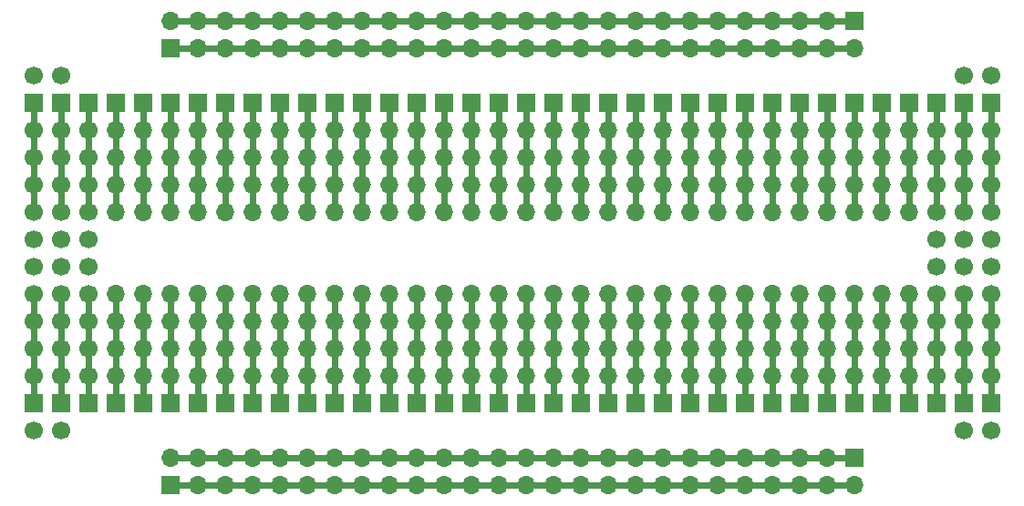
<source format=gbr>
G04 #@! TF.GenerationSoftware,KiCad,Pcbnew,5.0.2+dfsg1-1~bpo9+1*
G04 #@! TF.CreationDate,2022-11-14T20:46:36+01:00*
G04 #@! TF.ProjectId,breadpcb1,62726561-6470-4636-9231-2e6b69636164,rev?*
G04 #@! TF.SameCoordinates,Original*
G04 #@! TF.FileFunction,Copper,L2,Bot*
G04 #@! TF.FilePolarity,Positive*
%FSLAX46Y46*%
G04 Gerber Fmt 4.6, Leading zero omitted, Abs format (unit mm)*
G04 Created by KiCad (PCBNEW 5.0.2+dfsg1-1~bpo9+1) date Mo 14 Nov 2022 20:46:36 CET*
%MOMM*%
%LPD*%
G01*
G04 APERTURE LIST*
G04 #@! TA.AperFunction,ComponentPad*
%ADD10R,1.700000X1.700000*%
G04 #@! TD*
G04 #@! TA.AperFunction,ComponentPad*
%ADD11O,1.700000X1.700000*%
G04 #@! TD*
G04 #@! TA.AperFunction,ComponentPad*
%ADD12C,1.700000*%
G04 #@! TD*
G04 #@! TA.AperFunction,Conductor*
%ADD13C,0.600000*%
G04 #@! TD*
G04 APERTURE END LIST*
D10*
G04 #@! TO.P,J2,1*
G04 #@! TO.N,Net-(J2-Pad1)*
X106680000Y-105410000D03*
D11*
G04 #@! TO.P,J2,2*
X109220000Y-105410000D03*
G04 #@! TO.P,J2,3*
X111760000Y-105410000D03*
G04 #@! TO.P,J2,4*
X114300000Y-105410000D03*
G04 #@! TO.P,J2,5*
X116840000Y-105410000D03*
G04 #@! TO.P,J2,6*
X119380000Y-105410000D03*
G04 #@! TO.P,J2,7*
X121920000Y-105410000D03*
G04 #@! TO.P,J2,8*
X124460000Y-105410000D03*
G04 #@! TO.P,J2,9*
X127000000Y-105410000D03*
G04 #@! TO.P,J2,10*
X129540000Y-105410000D03*
G04 #@! TO.P,J2,11*
X132080000Y-105410000D03*
G04 #@! TO.P,J2,12*
X134620000Y-105410000D03*
G04 #@! TO.P,J2,13*
X137160000Y-105410000D03*
G04 #@! TO.P,J2,14*
X139700000Y-105410000D03*
G04 #@! TO.P,J2,15*
X142240000Y-105410000D03*
G04 #@! TO.P,J2,16*
X144780000Y-105410000D03*
G04 #@! TO.P,J2,17*
X147320000Y-105410000D03*
G04 #@! TO.P,J2,18*
X149860000Y-105410000D03*
G04 #@! TO.P,J2,19*
X152400000Y-105410000D03*
G04 #@! TO.P,J2,20*
X154940000Y-105410000D03*
G04 #@! TO.P,J2,21*
X157480000Y-105410000D03*
G04 #@! TO.P,J2,22*
X160020000Y-105410000D03*
G04 #@! TO.P,J2,23*
X162560000Y-105410000D03*
G04 #@! TO.P,J2,24*
X165100000Y-105410000D03*
G04 #@! TO.P,J2,25*
X167640000Y-105410000D03*
G04 #@! TO.P,J2,26*
X170180000Y-105410000D03*
G04 #@! TD*
D10*
G04 #@! TO.P,J2,1*
G04 #@! TO.N,Net-(J2-Pad1)*
X170180000Y-102870000D03*
D11*
G04 #@! TO.P,J2,2*
X167640000Y-102870000D03*
G04 #@! TO.P,J2,3*
X165100000Y-102870000D03*
G04 #@! TO.P,J2,4*
X162560000Y-102870000D03*
G04 #@! TO.P,J2,5*
X160020000Y-102870000D03*
G04 #@! TO.P,J2,6*
X157480000Y-102870000D03*
G04 #@! TO.P,J2,7*
X154940000Y-102870000D03*
G04 #@! TO.P,J2,8*
X152400000Y-102870000D03*
G04 #@! TO.P,J2,9*
X149860000Y-102870000D03*
G04 #@! TO.P,J2,10*
X147320000Y-102870000D03*
G04 #@! TO.P,J2,11*
X144780000Y-102870000D03*
G04 #@! TO.P,J2,12*
X142240000Y-102870000D03*
G04 #@! TO.P,J2,13*
X139700000Y-102870000D03*
G04 #@! TO.P,J2,14*
X137160000Y-102870000D03*
G04 #@! TO.P,J2,15*
X134620000Y-102870000D03*
G04 #@! TO.P,J2,16*
X132080000Y-102870000D03*
G04 #@! TO.P,J2,17*
X129540000Y-102870000D03*
G04 #@! TO.P,J2,18*
X127000000Y-102870000D03*
G04 #@! TO.P,J2,19*
X124460000Y-102870000D03*
G04 #@! TO.P,J2,20*
X121920000Y-102870000D03*
G04 #@! TO.P,J2,21*
X119380000Y-102870000D03*
G04 #@! TO.P,J2,22*
X116840000Y-102870000D03*
G04 #@! TO.P,J2,23*
X114300000Y-102870000D03*
G04 #@! TO.P,J2,24*
X111760000Y-102870000D03*
G04 #@! TO.P,J2,25*
X109220000Y-102870000D03*
G04 #@! TO.P,J2,26*
X106680000Y-102870000D03*
G04 #@! TD*
D10*
G04 #@! TO.P,J2,1*
G04 #@! TO.N,Net-(J2-Pad1)*
X170180000Y-62230000D03*
D11*
G04 #@! TO.P,J2,2*
X167640000Y-62230000D03*
G04 #@! TO.P,J2,3*
X165100000Y-62230000D03*
G04 #@! TO.P,J2,4*
X162560000Y-62230000D03*
G04 #@! TO.P,J2,5*
X160020000Y-62230000D03*
G04 #@! TO.P,J2,6*
X157480000Y-62230000D03*
G04 #@! TO.P,J2,7*
X154940000Y-62230000D03*
G04 #@! TO.P,J2,8*
X152400000Y-62230000D03*
G04 #@! TO.P,J2,9*
X149860000Y-62230000D03*
G04 #@! TO.P,J2,10*
X147320000Y-62230000D03*
G04 #@! TO.P,J2,11*
X144780000Y-62230000D03*
G04 #@! TO.P,J2,12*
X142240000Y-62230000D03*
G04 #@! TO.P,J2,13*
X139700000Y-62230000D03*
G04 #@! TO.P,J2,14*
X137160000Y-62230000D03*
G04 #@! TO.P,J2,15*
X134620000Y-62230000D03*
G04 #@! TO.P,J2,16*
X132080000Y-62230000D03*
G04 #@! TO.P,J2,17*
X129540000Y-62230000D03*
G04 #@! TO.P,J2,18*
X127000000Y-62230000D03*
G04 #@! TO.P,J2,19*
X124460000Y-62230000D03*
G04 #@! TO.P,J2,20*
X121920000Y-62230000D03*
G04 #@! TO.P,J2,21*
X119380000Y-62230000D03*
G04 #@! TO.P,J2,22*
X116840000Y-62230000D03*
G04 #@! TO.P,J2,23*
X114300000Y-62230000D03*
G04 #@! TO.P,J2,24*
X111760000Y-62230000D03*
G04 #@! TO.P,J2,25*
X109220000Y-62230000D03*
G04 #@! TO.P,J2,26*
X106680000Y-62230000D03*
G04 #@! TD*
D10*
G04 #@! TO.P,J2,1*
G04 #@! TO.N,Net-(J2-Pad1)*
X106680000Y-64770000D03*
D11*
G04 #@! TO.P,J2,2*
X109220000Y-64770000D03*
G04 #@! TO.P,J2,3*
X111760000Y-64770000D03*
G04 #@! TO.P,J2,4*
X114300000Y-64770000D03*
G04 #@! TO.P,J2,5*
X116840000Y-64770000D03*
G04 #@! TO.P,J2,6*
X119380000Y-64770000D03*
G04 #@! TO.P,J2,7*
X121920000Y-64770000D03*
G04 #@! TO.P,J2,8*
X124460000Y-64770000D03*
G04 #@! TO.P,J2,9*
X127000000Y-64770000D03*
G04 #@! TO.P,J2,10*
X129540000Y-64770000D03*
G04 #@! TO.P,J2,11*
X132080000Y-64770000D03*
G04 #@! TO.P,J2,12*
X134620000Y-64770000D03*
G04 #@! TO.P,J2,13*
X137160000Y-64770000D03*
G04 #@! TO.P,J2,14*
X139700000Y-64770000D03*
G04 #@! TO.P,J2,15*
X142240000Y-64770000D03*
G04 #@! TO.P,J2,16*
X144780000Y-64770000D03*
G04 #@! TO.P,J2,17*
X147320000Y-64770000D03*
G04 #@! TO.P,J2,18*
X149860000Y-64770000D03*
G04 #@! TO.P,J2,19*
X152400000Y-64770000D03*
G04 #@! TO.P,J2,20*
X154940000Y-64770000D03*
G04 #@! TO.P,J2,21*
X157480000Y-64770000D03*
G04 #@! TO.P,J2,22*
X160020000Y-64770000D03*
G04 #@! TO.P,J2,23*
X162560000Y-64770000D03*
G04 #@! TO.P,J2,24*
X165100000Y-64770000D03*
G04 #@! TO.P,J2,25*
X167640000Y-64770000D03*
G04 #@! TO.P,J2,26*
X170180000Y-64770000D03*
G04 #@! TD*
D10*
G04 #@! TO.P,J1,1*
G04 #@! TO.N,Net-(J1-Pad1)*
X114300000Y-97790000D03*
D11*
G04 #@! TO.P,J1,2*
X114300000Y-95250000D03*
G04 #@! TO.P,J1,3*
X114300000Y-92710000D03*
G04 #@! TO.P,J1,4*
X114300000Y-90170000D03*
G04 #@! TO.P,J1,5*
X114300000Y-87630000D03*
G04 #@! TD*
D10*
G04 #@! TO.P,J1,1*
G04 #@! TO.N,Net-(J1-Pad1)*
X104140000Y-97790000D03*
D11*
G04 #@! TO.P,J1,2*
X104140000Y-95250000D03*
G04 #@! TO.P,J1,3*
X104140000Y-92710000D03*
G04 #@! TO.P,J1,4*
X104140000Y-90170000D03*
G04 #@! TO.P,J1,5*
X104140000Y-87630000D03*
G04 #@! TD*
D10*
G04 #@! TO.P,J1,1*
G04 #@! TO.N,Net-(J1-Pad1)*
X119380000Y-97790000D03*
D11*
G04 #@! TO.P,J1,2*
X119380000Y-95250000D03*
G04 #@! TO.P,J1,3*
X119380000Y-92710000D03*
G04 #@! TO.P,J1,4*
X119380000Y-90170000D03*
G04 #@! TO.P,J1,5*
X119380000Y-87630000D03*
G04 #@! TD*
D10*
G04 #@! TO.P,J1,1*
G04 #@! TO.N,Net-(J1-Pad1)*
X116840000Y-97790000D03*
D11*
G04 #@! TO.P,J1,2*
X116840000Y-95250000D03*
G04 #@! TO.P,J1,3*
X116840000Y-92710000D03*
G04 #@! TO.P,J1,4*
X116840000Y-90170000D03*
G04 #@! TO.P,J1,5*
X116840000Y-87630000D03*
G04 #@! TD*
D10*
G04 #@! TO.P,J1,1*
G04 #@! TO.N,Net-(J1-Pad1)*
X111760000Y-97790000D03*
D11*
G04 #@! TO.P,J1,2*
X111760000Y-95250000D03*
G04 #@! TO.P,J1,3*
X111760000Y-92710000D03*
G04 #@! TO.P,J1,4*
X111760000Y-90170000D03*
G04 #@! TO.P,J1,5*
X111760000Y-87630000D03*
G04 #@! TD*
D10*
G04 #@! TO.P,J1,1*
G04 #@! TO.N,Net-(J1-Pad1)*
X106680000Y-97790000D03*
D11*
G04 #@! TO.P,J1,2*
X106680000Y-95250000D03*
G04 #@! TO.P,J1,3*
X106680000Y-92710000D03*
G04 #@! TO.P,J1,4*
X106680000Y-90170000D03*
G04 #@! TO.P,J1,5*
X106680000Y-87630000D03*
G04 #@! TD*
D10*
G04 #@! TO.P,J1,1*
G04 #@! TO.N,Net-(J1-Pad1)*
X121920000Y-97790000D03*
D11*
G04 #@! TO.P,J1,2*
X121920000Y-95250000D03*
G04 #@! TO.P,J1,3*
X121920000Y-92710000D03*
G04 #@! TO.P,J1,4*
X121920000Y-90170000D03*
G04 #@! TO.P,J1,5*
X121920000Y-87630000D03*
G04 #@! TD*
D10*
G04 #@! TO.P,J1,1*
G04 #@! TO.N,Net-(J1-Pad1)*
X109220000Y-97790000D03*
D11*
G04 #@! TO.P,J1,2*
X109220000Y-95250000D03*
G04 #@! TO.P,J1,3*
X109220000Y-92710000D03*
G04 #@! TO.P,J1,4*
X109220000Y-90170000D03*
G04 #@! TO.P,J1,5*
X109220000Y-87630000D03*
G04 #@! TD*
D10*
G04 #@! TO.P,J1,1*
G04 #@! TO.N,Net-(J1-Pad1)*
X101600000Y-97790000D03*
D11*
G04 #@! TO.P,J1,2*
X101600000Y-95250000D03*
G04 #@! TO.P,J1,3*
X101600000Y-92710000D03*
G04 #@! TO.P,J1,4*
X101600000Y-90170000D03*
G04 #@! TO.P,J1,5*
X101600000Y-87630000D03*
G04 #@! TD*
D10*
G04 #@! TO.P,J1,1*
G04 #@! TO.N,Net-(J1-Pad1)*
X172720000Y-97790000D03*
D11*
G04 #@! TO.P,J1,2*
X172720000Y-95250000D03*
G04 #@! TO.P,J1,3*
X172720000Y-92710000D03*
G04 #@! TO.P,J1,4*
X172720000Y-90170000D03*
G04 #@! TO.P,J1,5*
X172720000Y-87630000D03*
G04 #@! TD*
D10*
G04 #@! TO.P,J1,1*
G04 #@! TO.N,Net-(J1-Pad1)*
X154940000Y-97790000D03*
D11*
G04 #@! TO.P,J1,2*
X154940000Y-95250000D03*
G04 #@! TO.P,J1,3*
X154940000Y-92710000D03*
G04 #@! TO.P,J1,4*
X154940000Y-90170000D03*
G04 #@! TO.P,J1,5*
X154940000Y-87630000D03*
G04 #@! TD*
D10*
G04 #@! TO.P,J1,1*
G04 #@! TO.N,Net-(J1-Pad1)*
X149860000Y-97790000D03*
D11*
G04 #@! TO.P,J1,2*
X149860000Y-95250000D03*
G04 #@! TO.P,J1,3*
X149860000Y-92710000D03*
G04 #@! TO.P,J1,4*
X149860000Y-90170000D03*
G04 #@! TO.P,J1,5*
X149860000Y-87630000D03*
G04 #@! TD*
D10*
G04 #@! TO.P,J1,1*
G04 #@! TO.N,Net-(J1-Pad1)*
X170180000Y-97790000D03*
D11*
G04 #@! TO.P,J1,2*
X170180000Y-95250000D03*
G04 #@! TO.P,J1,3*
X170180000Y-92710000D03*
G04 #@! TO.P,J1,4*
X170180000Y-90170000D03*
G04 #@! TO.P,J1,5*
X170180000Y-87630000D03*
G04 #@! TD*
D10*
G04 #@! TO.P,J1,1*
G04 #@! TO.N,Net-(J1-Pad1)*
X152400000Y-97790000D03*
D11*
G04 #@! TO.P,J1,2*
X152400000Y-95250000D03*
G04 #@! TO.P,J1,3*
X152400000Y-92710000D03*
G04 #@! TO.P,J1,4*
X152400000Y-90170000D03*
G04 #@! TO.P,J1,5*
X152400000Y-87630000D03*
G04 #@! TD*
D10*
G04 #@! TO.P,J1,1*
G04 #@! TO.N,Net-(J1-Pad1)*
X157480000Y-97790000D03*
D11*
G04 #@! TO.P,J1,2*
X157480000Y-95250000D03*
G04 #@! TO.P,J1,3*
X157480000Y-92710000D03*
G04 #@! TO.P,J1,4*
X157480000Y-90170000D03*
G04 #@! TO.P,J1,5*
X157480000Y-87630000D03*
G04 #@! TD*
D10*
G04 #@! TO.P,J1,1*
G04 #@! TO.N,Net-(J1-Pad1)*
X160020000Y-97790000D03*
D11*
G04 #@! TO.P,J1,2*
X160020000Y-95250000D03*
G04 #@! TO.P,J1,3*
X160020000Y-92710000D03*
G04 #@! TO.P,J1,4*
X160020000Y-90170000D03*
G04 #@! TO.P,J1,5*
X160020000Y-87630000D03*
G04 #@! TD*
D10*
G04 #@! TO.P,J1,1*
G04 #@! TO.N,Net-(J1-Pad1)*
X162560000Y-97790000D03*
D11*
G04 #@! TO.P,J1,2*
X162560000Y-95250000D03*
G04 #@! TO.P,J1,3*
X162560000Y-92710000D03*
G04 #@! TO.P,J1,4*
X162560000Y-90170000D03*
G04 #@! TO.P,J1,5*
X162560000Y-87630000D03*
G04 #@! TD*
D10*
G04 #@! TO.P,J1,1*
G04 #@! TO.N,Net-(J1-Pad1)*
X147320000Y-97790000D03*
D11*
G04 #@! TO.P,J1,2*
X147320000Y-95250000D03*
G04 #@! TO.P,J1,3*
X147320000Y-92710000D03*
G04 #@! TO.P,J1,4*
X147320000Y-90170000D03*
G04 #@! TO.P,J1,5*
X147320000Y-87630000D03*
G04 #@! TD*
D10*
G04 #@! TO.P,J1,1*
G04 #@! TO.N,Net-(J1-Pad1)*
X142240000Y-97790000D03*
D11*
G04 #@! TO.P,J1,2*
X142240000Y-95250000D03*
G04 #@! TO.P,J1,3*
X142240000Y-92710000D03*
G04 #@! TO.P,J1,4*
X142240000Y-90170000D03*
G04 #@! TO.P,J1,5*
X142240000Y-87630000D03*
G04 #@! TD*
D10*
G04 #@! TO.P,J1,1*
G04 #@! TO.N,Net-(J1-Pad1)*
X165100000Y-97790000D03*
D11*
G04 #@! TO.P,J1,2*
X165100000Y-95250000D03*
G04 #@! TO.P,J1,3*
X165100000Y-92710000D03*
G04 #@! TO.P,J1,4*
X165100000Y-90170000D03*
G04 #@! TO.P,J1,5*
X165100000Y-87630000D03*
G04 #@! TD*
D10*
G04 #@! TO.P,J1,1*
G04 #@! TO.N,Net-(J1-Pad1)*
X167640000Y-97790000D03*
D11*
G04 #@! TO.P,J1,2*
X167640000Y-95250000D03*
G04 #@! TO.P,J1,3*
X167640000Y-92710000D03*
G04 #@! TO.P,J1,4*
X167640000Y-90170000D03*
G04 #@! TO.P,J1,5*
X167640000Y-87630000D03*
G04 #@! TD*
D10*
G04 #@! TO.P,J1,1*
G04 #@! TO.N,Net-(J1-Pad1)*
X144780000Y-97790000D03*
D11*
G04 #@! TO.P,J1,2*
X144780000Y-95250000D03*
G04 #@! TO.P,J1,3*
X144780000Y-92710000D03*
G04 #@! TO.P,J1,4*
X144780000Y-90170000D03*
G04 #@! TO.P,J1,5*
X144780000Y-87630000D03*
G04 #@! TD*
D10*
G04 #@! TO.P,J1,1*
G04 #@! TO.N,Net-(J1-Pad1)*
X139700000Y-97790000D03*
D11*
G04 #@! TO.P,J1,2*
X139700000Y-95250000D03*
G04 #@! TO.P,J1,3*
X139700000Y-92710000D03*
G04 #@! TO.P,J1,4*
X139700000Y-90170000D03*
G04 #@! TO.P,J1,5*
X139700000Y-87630000D03*
G04 #@! TD*
D10*
G04 #@! TO.P,J1,1*
G04 #@! TO.N,Net-(J1-Pad1)*
X132080000Y-97790000D03*
D11*
G04 #@! TO.P,J1,2*
X132080000Y-95250000D03*
G04 #@! TO.P,J1,3*
X132080000Y-92710000D03*
G04 #@! TO.P,J1,4*
X132080000Y-90170000D03*
G04 #@! TO.P,J1,5*
X132080000Y-87630000D03*
G04 #@! TD*
D10*
G04 #@! TO.P,J1,1*
G04 #@! TO.N,Net-(J1-Pad1)*
X134620000Y-97790000D03*
D11*
G04 #@! TO.P,J1,2*
X134620000Y-95250000D03*
G04 #@! TO.P,J1,3*
X134620000Y-92710000D03*
G04 #@! TO.P,J1,4*
X134620000Y-90170000D03*
G04 #@! TO.P,J1,5*
X134620000Y-87630000D03*
G04 #@! TD*
D10*
G04 #@! TO.P,J1,1*
G04 #@! TO.N,Net-(J1-Pad1)*
X175260000Y-97790000D03*
D11*
G04 #@! TO.P,J1,2*
X175260000Y-95250000D03*
G04 #@! TO.P,J1,3*
X175260000Y-92710000D03*
G04 #@! TO.P,J1,4*
X175260000Y-90170000D03*
G04 #@! TO.P,J1,5*
X175260000Y-87630000D03*
G04 #@! TD*
D10*
G04 #@! TO.P,J1,1*
G04 #@! TO.N,Net-(J1-Pad1)*
X137160000Y-97790000D03*
D11*
G04 #@! TO.P,J1,2*
X137160000Y-95250000D03*
G04 #@! TO.P,J1,3*
X137160000Y-92710000D03*
G04 #@! TO.P,J1,4*
X137160000Y-90170000D03*
G04 #@! TO.P,J1,5*
X137160000Y-87630000D03*
G04 #@! TD*
D10*
G04 #@! TO.P,J1,1*
G04 #@! TO.N,Net-(J1-Pad1)*
X129540000Y-97790000D03*
D11*
G04 #@! TO.P,J1,2*
X129540000Y-95250000D03*
G04 #@! TO.P,J1,3*
X129540000Y-92710000D03*
G04 #@! TO.P,J1,4*
X129540000Y-90170000D03*
G04 #@! TO.P,J1,5*
X129540000Y-87630000D03*
G04 #@! TD*
D10*
G04 #@! TO.P,J1,1*
G04 #@! TO.N,Net-(J1-Pad1)*
X124460000Y-97790000D03*
D11*
G04 #@! TO.P,J1,2*
X124460000Y-95250000D03*
G04 #@! TO.P,J1,3*
X124460000Y-92710000D03*
G04 #@! TO.P,J1,4*
X124460000Y-90170000D03*
G04 #@! TO.P,J1,5*
X124460000Y-87630000D03*
G04 #@! TD*
D10*
G04 #@! TO.P,J1,1*
G04 #@! TO.N,Net-(J1-Pad1)*
X127000000Y-97790000D03*
D11*
G04 #@! TO.P,J1,2*
X127000000Y-95250000D03*
G04 #@! TO.P,J1,3*
X127000000Y-92710000D03*
G04 #@! TO.P,J1,4*
X127000000Y-90170000D03*
G04 #@! TO.P,J1,5*
X127000000Y-87630000D03*
G04 #@! TD*
D10*
G04 #@! TO.P,J1,1*
G04 #@! TO.N,Net-(J1-Pad1)*
X175260000Y-69850000D03*
D11*
G04 #@! TO.P,J1,2*
X175260000Y-72390000D03*
G04 #@! TO.P,J1,3*
X175260000Y-74930000D03*
G04 #@! TO.P,J1,4*
X175260000Y-77470000D03*
G04 #@! TO.P,J1,5*
X175260000Y-80010000D03*
G04 #@! TD*
D10*
G04 #@! TO.P,J1,1*
G04 #@! TO.N,Net-(J1-Pad1)*
X172720000Y-69850000D03*
D11*
G04 #@! TO.P,J1,2*
X172720000Y-72390000D03*
G04 #@! TO.P,J1,3*
X172720000Y-74930000D03*
G04 #@! TO.P,J1,4*
X172720000Y-77470000D03*
G04 #@! TO.P,J1,5*
X172720000Y-80010000D03*
G04 #@! TD*
D10*
G04 #@! TO.P,J1,1*
G04 #@! TO.N,Net-(J1-Pad1)*
X170180000Y-69850000D03*
D11*
G04 #@! TO.P,J1,2*
X170180000Y-72390000D03*
G04 #@! TO.P,J1,3*
X170180000Y-74930000D03*
G04 #@! TO.P,J1,4*
X170180000Y-77470000D03*
G04 #@! TO.P,J1,5*
X170180000Y-80010000D03*
G04 #@! TD*
D10*
G04 #@! TO.P,J1,1*
G04 #@! TO.N,Net-(J1-Pad1)*
X167640000Y-69850000D03*
D11*
G04 #@! TO.P,J1,2*
X167640000Y-72390000D03*
G04 #@! TO.P,J1,3*
X167640000Y-74930000D03*
G04 #@! TO.P,J1,4*
X167640000Y-77470000D03*
G04 #@! TO.P,J1,5*
X167640000Y-80010000D03*
G04 #@! TD*
D10*
G04 #@! TO.P,J1,1*
G04 #@! TO.N,Net-(J1-Pad1)*
X165100000Y-69850000D03*
D11*
G04 #@! TO.P,J1,2*
X165100000Y-72390000D03*
G04 #@! TO.P,J1,3*
X165100000Y-74930000D03*
G04 #@! TO.P,J1,4*
X165100000Y-77470000D03*
G04 #@! TO.P,J1,5*
X165100000Y-80010000D03*
G04 #@! TD*
D10*
G04 #@! TO.P,J1,1*
G04 #@! TO.N,Net-(J1-Pad1)*
X162560000Y-69850000D03*
D11*
G04 #@! TO.P,J1,2*
X162560000Y-72390000D03*
G04 #@! TO.P,J1,3*
X162560000Y-74930000D03*
G04 #@! TO.P,J1,4*
X162560000Y-77470000D03*
G04 #@! TO.P,J1,5*
X162560000Y-80010000D03*
G04 #@! TD*
D10*
G04 #@! TO.P,J1,1*
G04 #@! TO.N,Net-(J1-Pad1)*
X160020000Y-69850000D03*
D11*
G04 #@! TO.P,J1,2*
X160020000Y-72390000D03*
G04 #@! TO.P,J1,3*
X160020000Y-74930000D03*
G04 #@! TO.P,J1,4*
X160020000Y-77470000D03*
G04 #@! TO.P,J1,5*
X160020000Y-80010000D03*
G04 #@! TD*
D10*
G04 #@! TO.P,J1,1*
G04 #@! TO.N,Net-(J1-Pad1)*
X157480000Y-69850000D03*
D11*
G04 #@! TO.P,J1,2*
X157480000Y-72390000D03*
G04 #@! TO.P,J1,3*
X157480000Y-74930000D03*
G04 #@! TO.P,J1,4*
X157480000Y-77470000D03*
G04 #@! TO.P,J1,5*
X157480000Y-80010000D03*
G04 #@! TD*
D10*
G04 #@! TO.P,J1,1*
G04 #@! TO.N,Net-(J1-Pad1)*
X154940000Y-69850000D03*
D11*
G04 #@! TO.P,J1,2*
X154940000Y-72390000D03*
G04 #@! TO.P,J1,3*
X154940000Y-74930000D03*
G04 #@! TO.P,J1,4*
X154940000Y-77470000D03*
G04 #@! TO.P,J1,5*
X154940000Y-80010000D03*
G04 #@! TD*
D10*
G04 #@! TO.P,J1,1*
G04 #@! TO.N,Net-(J1-Pad1)*
X152400000Y-69850000D03*
D11*
G04 #@! TO.P,J1,2*
X152400000Y-72390000D03*
G04 #@! TO.P,J1,3*
X152400000Y-74930000D03*
G04 #@! TO.P,J1,4*
X152400000Y-77470000D03*
G04 #@! TO.P,J1,5*
X152400000Y-80010000D03*
G04 #@! TD*
D10*
G04 #@! TO.P,J1,1*
G04 #@! TO.N,Net-(J1-Pad1)*
X149860000Y-69850000D03*
D11*
G04 #@! TO.P,J1,2*
X149860000Y-72390000D03*
G04 #@! TO.P,J1,3*
X149860000Y-74930000D03*
G04 #@! TO.P,J1,4*
X149860000Y-77470000D03*
G04 #@! TO.P,J1,5*
X149860000Y-80010000D03*
G04 #@! TD*
D10*
G04 #@! TO.P,J1,1*
G04 #@! TO.N,Net-(J1-Pad1)*
X147320000Y-69850000D03*
D11*
G04 #@! TO.P,J1,2*
X147320000Y-72390000D03*
G04 #@! TO.P,J1,3*
X147320000Y-74930000D03*
G04 #@! TO.P,J1,4*
X147320000Y-77470000D03*
G04 #@! TO.P,J1,5*
X147320000Y-80010000D03*
G04 #@! TD*
D10*
G04 #@! TO.P,J1,1*
G04 #@! TO.N,Net-(J1-Pad1)*
X144780000Y-69850000D03*
D11*
G04 #@! TO.P,J1,2*
X144780000Y-72390000D03*
G04 #@! TO.P,J1,3*
X144780000Y-74930000D03*
G04 #@! TO.P,J1,4*
X144780000Y-77470000D03*
G04 #@! TO.P,J1,5*
X144780000Y-80010000D03*
G04 #@! TD*
D10*
G04 #@! TO.P,J1,1*
G04 #@! TO.N,Net-(J1-Pad1)*
X142240000Y-69850000D03*
D11*
G04 #@! TO.P,J1,2*
X142240000Y-72390000D03*
G04 #@! TO.P,J1,3*
X142240000Y-74930000D03*
G04 #@! TO.P,J1,4*
X142240000Y-77470000D03*
G04 #@! TO.P,J1,5*
X142240000Y-80010000D03*
G04 #@! TD*
D10*
G04 #@! TO.P,J1,1*
G04 #@! TO.N,Net-(J1-Pad1)*
X139700000Y-69850000D03*
D11*
G04 #@! TO.P,J1,2*
X139700000Y-72390000D03*
G04 #@! TO.P,J1,3*
X139700000Y-74930000D03*
G04 #@! TO.P,J1,4*
X139700000Y-77470000D03*
G04 #@! TO.P,J1,5*
X139700000Y-80010000D03*
G04 #@! TD*
D10*
G04 #@! TO.P,J1,1*
G04 #@! TO.N,Net-(J1-Pad1)*
X137160000Y-69850000D03*
D11*
G04 #@! TO.P,J1,2*
X137160000Y-72390000D03*
G04 #@! TO.P,J1,3*
X137160000Y-74930000D03*
G04 #@! TO.P,J1,4*
X137160000Y-77470000D03*
G04 #@! TO.P,J1,5*
X137160000Y-80010000D03*
G04 #@! TD*
D10*
G04 #@! TO.P,J1,1*
G04 #@! TO.N,Net-(J1-Pad1)*
X134620000Y-69850000D03*
D11*
G04 #@! TO.P,J1,2*
X134620000Y-72390000D03*
G04 #@! TO.P,J1,3*
X134620000Y-74930000D03*
G04 #@! TO.P,J1,4*
X134620000Y-77470000D03*
G04 #@! TO.P,J1,5*
X134620000Y-80010000D03*
G04 #@! TD*
D10*
G04 #@! TO.P,J1,1*
G04 #@! TO.N,Net-(J1-Pad1)*
X132080000Y-69850000D03*
D11*
G04 #@! TO.P,J1,2*
X132080000Y-72390000D03*
G04 #@! TO.P,J1,3*
X132080000Y-74930000D03*
G04 #@! TO.P,J1,4*
X132080000Y-77470000D03*
G04 #@! TO.P,J1,5*
X132080000Y-80010000D03*
G04 #@! TD*
D10*
G04 #@! TO.P,J1,1*
G04 #@! TO.N,Net-(J1-Pad1)*
X129540000Y-69850000D03*
D11*
G04 #@! TO.P,J1,2*
X129540000Y-72390000D03*
G04 #@! TO.P,J1,3*
X129540000Y-74930000D03*
G04 #@! TO.P,J1,4*
X129540000Y-77470000D03*
G04 #@! TO.P,J1,5*
X129540000Y-80010000D03*
G04 #@! TD*
D10*
G04 #@! TO.P,J1,1*
G04 #@! TO.N,Net-(J1-Pad1)*
X127000000Y-69850000D03*
D11*
G04 #@! TO.P,J1,2*
X127000000Y-72390000D03*
G04 #@! TO.P,J1,3*
X127000000Y-74930000D03*
G04 #@! TO.P,J1,4*
X127000000Y-77470000D03*
G04 #@! TO.P,J1,5*
X127000000Y-80010000D03*
G04 #@! TD*
D10*
G04 #@! TO.P,J1,1*
G04 #@! TO.N,Net-(J1-Pad1)*
X124460000Y-69850000D03*
D11*
G04 #@! TO.P,J1,2*
X124460000Y-72390000D03*
G04 #@! TO.P,J1,3*
X124460000Y-74930000D03*
G04 #@! TO.P,J1,4*
X124460000Y-77470000D03*
G04 #@! TO.P,J1,5*
X124460000Y-80010000D03*
G04 #@! TD*
D10*
G04 #@! TO.P,J1,1*
G04 #@! TO.N,Net-(J1-Pad1)*
X121920000Y-69850000D03*
D11*
G04 #@! TO.P,J1,2*
X121920000Y-72390000D03*
G04 #@! TO.P,J1,3*
X121920000Y-74930000D03*
G04 #@! TO.P,J1,4*
X121920000Y-77470000D03*
G04 #@! TO.P,J1,5*
X121920000Y-80010000D03*
G04 #@! TD*
D10*
G04 #@! TO.P,J1,1*
G04 #@! TO.N,Net-(J1-Pad1)*
X119380000Y-69850000D03*
D11*
G04 #@! TO.P,J1,2*
X119380000Y-72390000D03*
G04 #@! TO.P,J1,3*
X119380000Y-74930000D03*
G04 #@! TO.P,J1,4*
X119380000Y-77470000D03*
G04 #@! TO.P,J1,5*
X119380000Y-80010000D03*
G04 #@! TD*
D10*
G04 #@! TO.P,J1,1*
G04 #@! TO.N,Net-(J1-Pad1)*
X116840000Y-69850000D03*
D11*
G04 #@! TO.P,J1,2*
X116840000Y-72390000D03*
G04 #@! TO.P,J1,3*
X116840000Y-74930000D03*
G04 #@! TO.P,J1,4*
X116840000Y-77470000D03*
G04 #@! TO.P,J1,5*
X116840000Y-80010000D03*
G04 #@! TD*
D10*
G04 #@! TO.P,J1,1*
G04 #@! TO.N,Net-(J1-Pad1)*
X114300000Y-69850000D03*
D11*
G04 #@! TO.P,J1,2*
X114300000Y-72390000D03*
G04 #@! TO.P,J1,3*
X114300000Y-74930000D03*
G04 #@! TO.P,J1,4*
X114300000Y-77470000D03*
G04 #@! TO.P,J1,5*
X114300000Y-80010000D03*
G04 #@! TD*
D10*
G04 #@! TO.P,J1,1*
G04 #@! TO.N,Net-(J1-Pad1)*
X111760000Y-69850000D03*
D11*
G04 #@! TO.P,J1,2*
X111760000Y-72390000D03*
G04 #@! TO.P,J1,3*
X111760000Y-74930000D03*
G04 #@! TO.P,J1,4*
X111760000Y-77470000D03*
G04 #@! TO.P,J1,5*
X111760000Y-80010000D03*
G04 #@! TD*
D10*
G04 #@! TO.P,J1,1*
G04 #@! TO.N,Net-(J1-Pad1)*
X109220000Y-69850000D03*
D11*
G04 #@! TO.P,J1,2*
X109220000Y-72390000D03*
G04 #@! TO.P,J1,3*
X109220000Y-74930000D03*
G04 #@! TO.P,J1,4*
X109220000Y-77470000D03*
G04 #@! TO.P,J1,5*
X109220000Y-80010000D03*
G04 #@! TD*
D10*
G04 #@! TO.P,J1,1*
G04 #@! TO.N,Net-(J1-Pad1)*
X106680000Y-69850000D03*
D11*
G04 #@! TO.P,J1,2*
X106680000Y-72390000D03*
G04 #@! TO.P,J1,3*
X106680000Y-74930000D03*
G04 #@! TO.P,J1,4*
X106680000Y-77470000D03*
G04 #@! TO.P,J1,5*
X106680000Y-80010000D03*
G04 #@! TD*
D10*
G04 #@! TO.P,J1,1*
G04 #@! TO.N,Net-(J1-Pad1)*
X104140000Y-69850000D03*
D11*
G04 #@! TO.P,J1,2*
X104140000Y-72390000D03*
G04 #@! TO.P,J1,3*
X104140000Y-74930000D03*
G04 #@! TO.P,J1,4*
X104140000Y-77470000D03*
G04 #@! TO.P,J1,5*
X104140000Y-80010000D03*
G04 #@! TD*
D10*
G04 #@! TO.P,J1,1*
G04 #@! TO.N,Net-(J1-Pad1)*
X101600000Y-69850000D03*
D11*
G04 #@! TO.P,J1,2*
X101600000Y-72390000D03*
G04 #@! TO.P,J1,3*
X101600000Y-74930000D03*
G04 #@! TO.P,J1,4*
X101600000Y-77470000D03*
G04 #@! TO.P,J1,5*
X101600000Y-80010000D03*
G04 #@! TD*
D12*
G04 #@! TO.P,J3,1*
G04 #@! TO.N,Net-(J3-Pad1)*
X93980000Y-67310000D03*
G04 #@! TD*
G04 #@! TO.P,J3,1*
G04 #@! TO.N,Net-(J3-Pad1)*
X182880000Y-67310000D03*
G04 #@! TD*
G04 #@! TO.P,J3,1*
G04 #@! TO.N,Net-(J3-Pad1)*
X180340000Y-67310000D03*
G04 #@! TD*
G04 #@! TO.P,J3,1*
G04 #@! TO.N,Net-(J3-Pad1)*
X182880000Y-100330000D03*
G04 #@! TD*
G04 #@! TO.P,J3,1*
G04 #@! TO.N,Net-(J3-Pad1)*
X180340000Y-100330000D03*
G04 #@! TD*
G04 #@! TO.P,J3,1*
G04 #@! TO.N,Net-(J3-Pad1)*
X93980000Y-100330000D03*
G04 #@! TD*
G04 #@! TO.P,J3,1*
G04 #@! TO.N,Net-(J3-Pad1)*
X96520000Y-100330000D03*
G04 #@! TD*
G04 #@! TO.P,J3,1*
G04 #@! TO.N,Net-(J3-Pad1)*
X96520000Y-67310000D03*
G04 #@! TD*
G04 #@! TO.P,J3,1*
G04 #@! TO.N,Net-(J3-Pad1)*
X180340000Y-95250000D03*
G04 #@! TD*
D10*
G04 #@! TO.P,J3,1*
G04 #@! TO.N,Net-(J3-Pad1)*
X180340000Y-97790000D03*
G04 #@! TD*
G04 #@! TO.P,J3,1*
G04 #@! TO.N,Net-(J3-Pad1)*
X182880000Y-97790000D03*
G04 #@! TD*
D12*
G04 #@! TO.P,J3,1*
G04 #@! TO.N,Net-(J3-Pad1)*
X177800000Y-92710000D03*
G04 #@! TD*
G04 #@! TO.P,J3,1*
G04 #@! TO.N,Net-(J3-Pad1)*
X177800000Y-95250000D03*
G04 #@! TD*
G04 #@! TO.P,J3,1*
G04 #@! TO.N,Net-(J3-Pad1)*
X182880000Y-92710000D03*
G04 #@! TD*
G04 #@! TO.P,J3,1*
G04 #@! TO.N,Net-(J3-Pad1)*
X180340000Y-92710000D03*
G04 #@! TD*
G04 #@! TO.P,J3,1*
G04 #@! TO.N,Net-(J3-Pad1)*
X182880000Y-95250000D03*
G04 #@! TD*
D10*
G04 #@! TO.P,J3,1*
G04 #@! TO.N,Net-(J3-Pad1)*
X177800000Y-97790000D03*
G04 #@! TD*
G04 #@! TO.P,J3,1*
G04 #@! TO.N,Net-(J3-Pad1)*
X182880000Y-69850000D03*
G04 #@! TD*
G04 #@! TO.P,J3,1*
G04 #@! TO.N,Net-(J3-Pad1)*
X180340000Y-69850000D03*
G04 #@! TD*
D12*
G04 #@! TO.P,J3,1*
G04 #@! TO.N,Net-(J3-Pad1)*
X182880000Y-82550000D03*
G04 #@! TD*
G04 #@! TO.P,J3,1*
G04 #@! TO.N,Net-(J3-Pad1)*
X182880000Y-74930000D03*
G04 #@! TD*
G04 #@! TO.P,J3,1*
G04 #@! TO.N,Net-(J3-Pad1)*
X177800000Y-77470000D03*
G04 #@! TD*
G04 #@! TO.P,J3,1*
G04 #@! TO.N,Net-(J3-Pad1)*
X182880000Y-72390000D03*
G04 #@! TD*
G04 #@! TO.P,J3,1*
G04 #@! TO.N,Net-(J3-Pad1)*
X180340000Y-82550000D03*
G04 #@! TD*
G04 #@! TO.P,J3,1*
G04 #@! TO.N,Net-(J3-Pad1)*
X177800000Y-82550000D03*
G04 #@! TD*
G04 #@! TO.P,J3,1*
G04 #@! TO.N,Net-(J3-Pad1)*
X182880000Y-80010000D03*
G04 #@! TD*
G04 #@! TO.P,J3,1*
G04 #@! TO.N,Net-(J3-Pad1)*
X177800000Y-80010000D03*
G04 #@! TD*
G04 #@! TO.P,J3,1*
G04 #@! TO.N,Net-(J3-Pad1)*
X177800000Y-90170000D03*
G04 #@! TD*
G04 #@! TO.P,J3,1*
G04 #@! TO.N,Net-(J3-Pad1)*
X182880000Y-85090000D03*
G04 #@! TD*
G04 #@! TO.P,J3,1*
G04 #@! TO.N,Net-(J3-Pad1)*
X180340000Y-74930000D03*
G04 #@! TD*
G04 #@! TO.P,J3,1*
G04 #@! TO.N,Net-(J3-Pad1)*
X177800000Y-85090000D03*
G04 #@! TD*
G04 #@! TO.P,J3,1*
G04 #@! TO.N,Net-(J3-Pad1)*
X177800000Y-72390000D03*
G04 #@! TD*
G04 #@! TO.P,J3,1*
G04 #@! TO.N,Net-(J3-Pad1)*
X180340000Y-72390000D03*
G04 #@! TD*
G04 #@! TO.P,J3,1*
G04 #@! TO.N,Net-(J3-Pad1)*
X180340000Y-85090000D03*
G04 #@! TD*
G04 #@! TO.P,J3,1*
G04 #@! TO.N,Net-(J3-Pad1)*
X180340000Y-77470000D03*
G04 #@! TD*
G04 #@! TO.P,J3,1*
G04 #@! TO.N,Net-(J3-Pad1)*
X180340000Y-90170000D03*
G04 #@! TD*
G04 #@! TO.P,J3,1*
G04 #@! TO.N,Net-(J3-Pad1)*
X182880000Y-87630000D03*
G04 #@! TD*
G04 #@! TO.P,J3,1*
G04 #@! TO.N,Net-(J3-Pad1)*
X182880000Y-77470000D03*
G04 #@! TD*
D10*
G04 #@! TO.P,J3,1*
G04 #@! TO.N,Net-(J3-Pad1)*
X177800000Y-69850000D03*
G04 #@! TD*
D12*
G04 #@! TO.P,J3,1*
G04 #@! TO.N,Net-(J3-Pad1)*
X180340000Y-87630000D03*
G04 #@! TD*
G04 #@! TO.P,J3,1*
G04 #@! TO.N,Net-(J3-Pad1)*
X177800000Y-74930000D03*
G04 #@! TD*
G04 #@! TO.P,J3,1*
G04 #@! TO.N,Net-(J3-Pad1)*
X180340000Y-80010000D03*
G04 #@! TD*
G04 #@! TO.P,J3,1*
G04 #@! TO.N,Net-(J3-Pad1)*
X177800000Y-87630000D03*
G04 #@! TD*
G04 #@! TO.P,J3,1*
G04 #@! TO.N,Net-(J3-Pad1)*
X182880000Y-90170000D03*
G04 #@! TD*
D10*
G04 #@! TO.P,J3,1*
G04 #@! TO.N,Net-(J3-Pad1)*
X99060000Y-97790000D03*
G04 #@! TD*
G04 #@! TO.P,J3,1*
G04 #@! TO.N,Net-(J3-Pad1)*
X96520000Y-97790000D03*
G04 #@! TD*
G04 #@! TO.P,J3,1*
G04 #@! TO.N,Net-(J3-Pad1)*
X93980000Y-97790000D03*
G04 #@! TD*
D12*
G04 #@! TO.P,J3,1*
G04 #@! TO.N,Net-(J3-Pad1)*
X99060000Y-95250000D03*
G04 #@! TD*
G04 #@! TO.P,J3,1*
G04 #@! TO.N,Net-(J3-Pad1)*
X96520000Y-95250000D03*
G04 #@! TD*
G04 #@! TO.P,J3,1*
G04 #@! TO.N,Net-(J3-Pad1)*
X93980000Y-95250000D03*
G04 #@! TD*
G04 #@! TO.P,J3,1*
G04 #@! TO.N,Net-(J3-Pad1)*
X99060000Y-92710000D03*
G04 #@! TD*
G04 #@! TO.P,J3,1*
G04 #@! TO.N,Net-(J3-Pad1)*
X96520000Y-92710000D03*
G04 #@! TD*
G04 #@! TO.P,J3,1*
G04 #@! TO.N,Net-(J3-Pad1)*
X93980000Y-92710000D03*
G04 #@! TD*
G04 #@! TO.P,J3,1*
G04 #@! TO.N,Net-(J3-Pad1)*
X99060000Y-90170000D03*
G04 #@! TD*
G04 #@! TO.P,J3,1*
G04 #@! TO.N,Net-(J3-Pad1)*
X96520000Y-90170000D03*
G04 #@! TD*
G04 #@! TO.P,J3,1*
G04 #@! TO.N,Net-(J3-Pad1)*
X93980000Y-90170000D03*
G04 #@! TD*
G04 #@! TO.P,J3,1*
G04 #@! TO.N,Net-(J3-Pad1)*
X99060000Y-87630000D03*
G04 #@! TD*
G04 #@! TO.P,J3,1*
G04 #@! TO.N,Net-(J3-Pad1)*
X96520000Y-87630000D03*
G04 #@! TD*
G04 #@! TO.P,J3,1*
G04 #@! TO.N,Net-(J3-Pad1)*
X93980000Y-87630000D03*
G04 #@! TD*
G04 #@! TO.P,J3,1*
G04 #@! TO.N,Net-(J3-Pad1)*
X99060000Y-85090000D03*
G04 #@! TD*
G04 #@! TO.P,J3,1*
G04 #@! TO.N,Net-(J3-Pad1)*
X96520000Y-85090000D03*
G04 #@! TD*
G04 #@! TO.P,J3,1*
G04 #@! TO.N,Net-(J3-Pad1)*
X93980000Y-85090000D03*
G04 #@! TD*
G04 #@! TO.P,J3,1*
G04 #@! TO.N,Net-(J3-Pad1)*
X99060000Y-82550000D03*
G04 #@! TD*
G04 #@! TO.P,J3,1*
G04 #@! TO.N,Net-(J3-Pad1)*
X96520000Y-82550000D03*
G04 #@! TD*
G04 #@! TO.P,J3,1*
G04 #@! TO.N,Net-(J3-Pad1)*
X93980000Y-82550000D03*
G04 #@! TD*
G04 #@! TO.P,J3,1*
G04 #@! TO.N,Net-(J3-Pad1)*
X99060000Y-80010000D03*
G04 #@! TD*
G04 #@! TO.P,J3,1*
G04 #@! TO.N,Net-(J3-Pad1)*
X96520000Y-80010000D03*
G04 #@! TD*
G04 #@! TO.P,J3,1*
G04 #@! TO.N,Net-(J3-Pad1)*
X93980000Y-80010000D03*
G04 #@! TD*
G04 #@! TO.P,J3,1*
G04 #@! TO.N,Net-(J3-Pad1)*
X99060000Y-77470000D03*
G04 #@! TD*
G04 #@! TO.P,J3,1*
G04 #@! TO.N,Net-(J3-Pad1)*
X96520000Y-77470000D03*
G04 #@! TD*
G04 #@! TO.P,J3,1*
G04 #@! TO.N,Net-(J3-Pad1)*
X93980000Y-77470000D03*
G04 #@! TD*
G04 #@! TO.P,J3,1*
G04 #@! TO.N,Net-(J3-Pad1)*
X99060000Y-74930000D03*
G04 #@! TD*
G04 #@! TO.P,J3,1*
G04 #@! TO.N,Net-(J3-Pad1)*
X96520000Y-74930000D03*
G04 #@! TD*
G04 #@! TO.P,J3,1*
G04 #@! TO.N,Net-(J3-Pad1)*
X93980000Y-74930000D03*
G04 #@! TD*
G04 #@! TO.P,J3,1*
G04 #@! TO.N,Net-(J3-Pad1)*
X99060000Y-72390000D03*
G04 #@! TD*
G04 #@! TO.P,J3,1*
G04 #@! TO.N,Net-(J3-Pad1)*
X96520000Y-72390000D03*
G04 #@! TD*
G04 #@! TO.P,J3,1*
G04 #@! TO.N,Net-(J3-Pad1)*
X93980000Y-72390000D03*
G04 #@! TD*
D10*
G04 #@! TO.P,J3,1*
G04 #@! TO.N,Net-(J3-Pad1)*
X99060000Y-69850000D03*
G04 #@! TD*
G04 #@! TO.P,J3,1*
G04 #@! TO.N,Net-(J3-Pad1)*
X96520000Y-69850000D03*
G04 #@! TD*
G04 #@! TO.P,J3,1*
G04 #@! TO.N,Net-(J3-Pad1)*
X93980000Y-69850000D03*
G04 #@! TD*
D13*
G04 #@! TO.N,Net-(J1-Pad1)*
X101600000Y-69850000D02*
X101600000Y-72390000D01*
X101600000Y-72390000D02*
X101600000Y-74930000D01*
X101600000Y-74930000D02*
X101600000Y-77470000D01*
X101600000Y-77470000D02*
X101600000Y-80010000D01*
X104140000Y-69850000D02*
X104140000Y-72390000D01*
X106680000Y-69850000D02*
X106680000Y-72390000D01*
X109220000Y-69850000D02*
X109220000Y-72390000D01*
X111760000Y-69850000D02*
X111760000Y-72390000D01*
X114300000Y-69850000D02*
X114300000Y-72390000D01*
X116840000Y-69850000D02*
X116840000Y-72390000D01*
X119380000Y-69850000D02*
X119380000Y-72390000D01*
X121920000Y-69850000D02*
X121920000Y-72390000D01*
X124460000Y-69850000D02*
X124460000Y-72390000D01*
X127000000Y-69850000D02*
X127000000Y-72390000D01*
X129540000Y-69850000D02*
X129540000Y-72390000D01*
X132080000Y-69850000D02*
X132080000Y-72390000D01*
X134620000Y-69850000D02*
X134620000Y-72390000D01*
X137160000Y-69850000D02*
X137160000Y-72390000D01*
X139700000Y-69850000D02*
X139700000Y-72390000D01*
X142240000Y-69850000D02*
X142240000Y-72390000D01*
X144780000Y-69850000D02*
X144780000Y-72390000D01*
X147320000Y-69850000D02*
X147320000Y-72390000D01*
X149860000Y-69850000D02*
X149860000Y-72390000D01*
X152400000Y-69850000D02*
X152400000Y-72390000D01*
X154940000Y-69850000D02*
X154940000Y-72390000D01*
X157480000Y-69850000D02*
X157480000Y-72390000D01*
X160020000Y-69850000D02*
X160020000Y-72390000D01*
X162560000Y-69850000D02*
X162560000Y-72390000D01*
X165100000Y-69850000D02*
X165100000Y-72390000D01*
X167640000Y-69850000D02*
X167640000Y-72390000D01*
X170180000Y-69850000D02*
X170180000Y-72390000D01*
X172720000Y-69850000D02*
X172720000Y-72390000D01*
X175260000Y-69850000D02*
X175260000Y-72390000D01*
X104140000Y-72390000D02*
X104140000Y-74930000D01*
X106680000Y-72390000D02*
X106680000Y-74930000D01*
X109220000Y-72390000D02*
X109220000Y-74930000D01*
X111760000Y-72390000D02*
X111760000Y-74930000D01*
X114300000Y-72390000D02*
X114300000Y-74930000D01*
X116840000Y-72390000D02*
X116840000Y-74930000D01*
X119380000Y-72390000D02*
X119380000Y-74930000D01*
X121920000Y-72390000D02*
X121920000Y-74930000D01*
X124460000Y-72390000D02*
X124460000Y-74930000D01*
X127000000Y-72390000D02*
X127000000Y-74930000D01*
X129540000Y-72390000D02*
X129540000Y-74930000D01*
X132080000Y-72390000D02*
X132080000Y-74930000D01*
X134620000Y-72390000D02*
X134620000Y-74930000D01*
X137160000Y-72390000D02*
X137160000Y-74930000D01*
X139700000Y-72390000D02*
X139700000Y-74930000D01*
X142240000Y-72390000D02*
X142240000Y-74930000D01*
X144780000Y-72390000D02*
X144780000Y-74930000D01*
X147320000Y-72390000D02*
X147320000Y-74930000D01*
X149860000Y-72390000D02*
X149860000Y-74930000D01*
X152400000Y-72390000D02*
X152400000Y-74930000D01*
X154940000Y-72390000D02*
X154940000Y-74930000D01*
X157480000Y-72390000D02*
X157480000Y-74930000D01*
X160020000Y-72390000D02*
X160020000Y-74930000D01*
X162560000Y-72390000D02*
X162560000Y-74930000D01*
X165100000Y-72390000D02*
X165100000Y-74930000D01*
X167640000Y-72390000D02*
X167640000Y-74930000D01*
X170180000Y-72390000D02*
X170180000Y-74930000D01*
X172720000Y-72390000D02*
X172720000Y-74930000D01*
X175260000Y-72390000D02*
X175260000Y-74930000D01*
X104140000Y-74930000D02*
X104140000Y-77470000D01*
X106680000Y-74930000D02*
X106680000Y-77470000D01*
X109220000Y-74930000D02*
X109220000Y-77470000D01*
X111760000Y-74930000D02*
X111760000Y-77470000D01*
X114300000Y-74930000D02*
X114300000Y-77470000D01*
X116840000Y-74930000D02*
X116840000Y-77470000D01*
X119380000Y-74930000D02*
X119380000Y-77470000D01*
X121920000Y-74930000D02*
X121920000Y-77470000D01*
X124460000Y-74930000D02*
X124460000Y-77470000D01*
X127000000Y-74930000D02*
X127000000Y-77470000D01*
X129540000Y-74930000D02*
X129540000Y-77470000D01*
X132080000Y-74930000D02*
X132080000Y-77470000D01*
X134620000Y-74930000D02*
X134620000Y-77470000D01*
X137160000Y-74930000D02*
X137160000Y-77470000D01*
X139700000Y-74930000D02*
X139700000Y-77470000D01*
X142240000Y-74930000D02*
X142240000Y-77470000D01*
X144780000Y-74930000D02*
X144780000Y-77470000D01*
X147320000Y-74930000D02*
X147320000Y-77470000D01*
X149860000Y-74930000D02*
X149860000Y-77470000D01*
X152400000Y-74930000D02*
X152400000Y-77470000D01*
X154940000Y-74930000D02*
X154940000Y-77470000D01*
X157480000Y-74930000D02*
X157480000Y-77470000D01*
X160020000Y-74930000D02*
X160020000Y-77470000D01*
X162560000Y-74930000D02*
X162560000Y-77470000D01*
X165100000Y-74930000D02*
X165100000Y-77470000D01*
X167640000Y-74930000D02*
X167640000Y-77470000D01*
X170180000Y-74930000D02*
X170180000Y-77470000D01*
X172720000Y-74930000D02*
X172720000Y-77470000D01*
X175260000Y-74930000D02*
X175260000Y-77470000D01*
X104140000Y-77470000D02*
X104140000Y-80010000D01*
X106680000Y-77470000D02*
X106680000Y-80010000D01*
X109220000Y-77470000D02*
X109220000Y-80010000D01*
X111760000Y-77470000D02*
X111760000Y-80010000D01*
X114300000Y-77470000D02*
X114300000Y-80010000D01*
X116840000Y-77470000D02*
X116840000Y-80010000D01*
X119380000Y-77470000D02*
X119380000Y-80010000D01*
X121920000Y-77470000D02*
X121920000Y-80010000D01*
X124460000Y-77470000D02*
X124460000Y-80010000D01*
X127000000Y-77470000D02*
X127000000Y-80010000D01*
X129540000Y-77470000D02*
X129540000Y-80010000D01*
X132080000Y-77470000D02*
X132080000Y-80010000D01*
X134620000Y-77470000D02*
X134620000Y-80010000D01*
X137160000Y-77470000D02*
X137160000Y-80010000D01*
X139700000Y-77470000D02*
X139700000Y-80010000D01*
X142240000Y-77470000D02*
X142240000Y-80010000D01*
X144780000Y-77470000D02*
X144780000Y-80010000D01*
X147320000Y-77470000D02*
X147320000Y-80010000D01*
X149860000Y-77470000D02*
X149860000Y-80010000D01*
X152400000Y-77470000D02*
X152400000Y-80010000D01*
X154940000Y-77470000D02*
X154940000Y-80010000D01*
X157480000Y-77470000D02*
X157480000Y-80010000D01*
X160020000Y-77470000D02*
X160020000Y-80010000D01*
X162560000Y-77470000D02*
X162560000Y-80010000D01*
X165100000Y-77470000D02*
X165100000Y-80010000D01*
X167640000Y-77470000D02*
X167640000Y-80010000D01*
X170180000Y-77470000D02*
X170180000Y-80010000D01*
X172720000Y-77470000D02*
X172720000Y-80010000D01*
X175260000Y-77470000D02*
X175260000Y-80010000D01*
X132080000Y-90170000D02*
X132080000Y-87630000D01*
X124460000Y-90170000D02*
X124460000Y-87630000D01*
X109220000Y-90170000D02*
X109220000Y-87630000D01*
X121920000Y-90170000D02*
X121920000Y-87630000D01*
X119380000Y-90170000D02*
X119380000Y-87630000D01*
X129540000Y-90170000D02*
X129540000Y-87630000D01*
X127000000Y-90170000D02*
X127000000Y-87630000D01*
X114300000Y-90170000D02*
X114300000Y-87630000D01*
X111760000Y-90170000D02*
X111760000Y-87630000D01*
X106680000Y-90170000D02*
X106680000Y-87630000D01*
X104140000Y-90170000D02*
X104140000Y-87630000D01*
X116840000Y-90170000D02*
X116840000Y-87630000D01*
X101600000Y-90170000D02*
X101600000Y-87630000D01*
X142240000Y-92710000D02*
X142240000Y-90170000D01*
X154940000Y-92710000D02*
X154940000Y-90170000D01*
X139700000Y-92710000D02*
X139700000Y-90170000D01*
X137160000Y-92710000D02*
X137160000Y-90170000D01*
X134620000Y-92710000D02*
X134620000Y-90170000D01*
X152400000Y-92710000D02*
X152400000Y-90170000D01*
X132080000Y-92710000D02*
X132080000Y-90170000D01*
X129540000Y-92710000D02*
X129540000Y-90170000D01*
X147320000Y-92710000D02*
X147320000Y-90170000D01*
X149860000Y-92710000D02*
X149860000Y-90170000D01*
X144780000Y-92710000D02*
X144780000Y-90170000D01*
X127000000Y-92710000D02*
X127000000Y-90170000D01*
X124460000Y-92710000D02*
X124460000Y-90170000D01*
X106680000Y-92710000D02*
X106680000Y-90170000D01*
X104140000Y-92710000D02*
X104140000Y-90170000D01*
X101600000Y-92710000D02*
X101600000Y-90170000D01*
X121920000Y-92710000D02*
X121920000Y-90170000D01*
X116840000Y-92710000D02*
X116840000Y-90170000D01*
X114300000Y-92710000D02*
X114300000Y-90170000D01*
X109220000Y-92710000D02*
X109220000Y-90170000D01*
X119380000Y-92710000D02*
X119380000Y-90170000D01*
X111760000Y-92710000D02*
X111760000Y-90170000D01*
X172720000Y-90170000D02*
X172720000Y-87630000D01*
X165100000Y-90170000D02*
X165100000Y-87630000D01*
X170180000Y-90170000D02*
X170180000Y-87630000D01*
X167640000Y-90170000D02*
X167640000Y-87630000D01*
X162560000Y-90170000D02*
X162560000Y-87630000D01*
X157480000Y-90170000D02*
X157480000Y-87630000D01*
X154940000Y-90170000D02*
X154940000Y-87630000D01*
X160020000Y-90170000D02*
X160020000Y-87630000D01*
X152400000Y-90170000D02*
X152400000Y-87630000D01*
X147320000Y-90170000D02*
X147320000Y-87630000D01*
X144780000Y-90170000D02*
X144780000Y-87630000D01*
X142240000Y-90170000D02*
X142240000Y-87630000D01*
X139700000Y-90170000D02*
X139700000Y-87630000D01*
X149860000Y-90170000D02*
X149860000Y-87630000D01*
X137160000Y-90170000D02*
X137160000Y-87630000D01*
X134620000Y-90170000D02*
X134620000Y-87630000D01*
X137160000Y-95250000D02*
X137160000Y-92710000D01*
X124460000Y-95250000D02*
X124460000Y-92710000D01*
X142240000Y-95250000D02*
X142240000Y-92710000D01*
X147320000Y-95250000D02*
X147320000Y-92710000D01*
X114300000Y-95250000D02*
X114300000Y-92710000D01*
X106680000Y-95250000D02*
X106680000Y-92710000D01*
X172720000Y-92710000D02*
X172720000Y-90170000D01*
X167640000Y-92710000D02*
X167640000Y-90170000D01*
X160020000Y-92710000D02*
X160020000Y-90170000D01*
X139700000Y-95250000D02*
X139700000Y-92710000D01*
X101600000Y-95250000D02*
X101600000Y-92710000D01*
X121920000Y-95250000D02*
X121920000Y-92710000D01*
X157480000Y-92710000D02*
X157480000Y-90170000D01*
X134620000Y-95250000D02*
X134620000Y-92710000D01*
X129540000Y-95250000D02*
X129540000Y-92710000D01*
X127000000Y-95250000D02*
X127000000Y-92710000D01*
X116840000Y-95250000D02*
X116840000Y-92710000D01*
X162560000Y-92710000D02*
X162560000Y-90170000D01*
X144780000Y-95250000D02*
X144780000Y-92710000D01*
X119380000Y-95250000D02*
X119380000Y-92710000D01*
X109220000Y-95250000D02*
X109220000Y-92710000D01*
X111760000Y-95250000D02*
X111760000Y-92710000D01*
X104140000Y-95250000D02*
X104140000Y-92710000D01*
X132080000Y-95250000D02*
X132080000Y-92710000D01*
X165100000Y-92710000D02*
X165100000Y-90170000D01*
X170180000Y-92710000D02*
X170180000Y-90170000D01*
X165100000Y-97790000D02*
X165100000Y-95250000D01*
X167640000Y-97790000D02*
X167640000Y-95250000D01*
X162560000Y-97790000D02*
X162560000Y-95250000D01*
X157480000Y-97790000D02*
X157480000Y-95250000D01*
X139700000Y-97790000D02*
X139700000Y-95250000D01*
X134620000Y-97790000D02*
X134620000Y-95250000D01*
X127000000Y-97790000D02*
X127000000Y-95250000D01*
X172720000Y-97790000D02*
X172720000Y-95250000D01*
X170180000Y-97790000D02*
X170180000Y-95250000D01*
X152400000Y-97790000D02*
X152400000Y-95250000D01*
X124460000Y-97790000D02*
X124460000Y-95250000D01*
X121920000Y-97790000D02*
X121920000Y-95250000D01*
X129540000Y-97790000D02*
X129540000Y-95250000D01*
X119380000Y-97790000D02*
X119380000Y-95250000D01*
X154940000Y-97790000D02*
X154940000Y-95250000D01*
X147320000Y-97790000D02*
X147320000Y-95250000D01*
X160020000Y-97790000D02*
X160020000Y-95250000D01*
X175260000Y-97790000D02*
X175260000Y-95250000D01*
X144780000Y-97790000D02*
X144780000Y-95250000D01*
X132080000Y-97790000D02*
X132080000Y-95250000D01*
X142240000Y-97790000D02*
X142240000Y-95250000D01*
X116840000Y-97790000D02*
X116840000Y-95250000D01*
X137160000Y-97790000D02*
X137160000Y-95250000D01*
X114300000Y-97790000D02*
X114300000Y-95250000D01*
X149860000Y-97790000D02*
X149860000Y-95250000D01*
X111760000Y-97790000D02*
X111760000Y-95250000D01*
X109220000Y-97790000D02*
X109220000Y-95250000D01*
X106680000Y-97790000D02*
X106680000Y-95250000D01*
X104140000Y-97790000D02*
X104140000Y-95250000D01*
X175260000Y-95250000D02*
X175260000Y-92710000D01*
X175260000Y-92710000D02*
X175260000Y-90170000D01*
X175260000Y-90170000D02*
X175260000Y-87630000D01*
X101600000Y-97790000D02*
X101600000Y-95250000D01*
X170180000Y-95250000D02*
X170180000Y-92710000D01*
X172720000Y-95250000D02*
X172720000Y-92710000D01*
X167640000Y-95250000D02*
X167640000Y-92710000D01*
X165100000Y-95250000D02*
X165100000Y-92710000D01*
X160020000Y-95250000D02*
X160020000Y-92710000D01*
X149860000Y-95250000D02*
X149860000Y-92710000D01*
X154940000Y-95250000D02*
X154940000Y-92710000D01*
X162560000Y-95250000D02*
X162560000Y-92710000D01*
X152400000Y-95250000D02*
X152400000Y-92710000D01*
X157480000Y-95250000D02*
X157480000Y-92710000D01*
G04 #@! TO.N,Net-(J2-Pad1)*
X106680000Y-64770000D02*
X109220000Y-64770000D01*
X109220000Y-64770000D02*
X111760000Y-64770000D01*
X111760000Y-64770000D02*
X114300000Y-64770000D01*
X114300000Y-64770000D02*
X116840000Y-64770000D01*
X116840000Y-64770000D02*
X119380000Y-64770000D01*
X119380000Y-64770000D02*
X121920000Y-64770000D01*
X121920000Y-64770000D02*
X124460000Y-64770000D01*
X124460000Y-64770000D02*
X127000000Y-64770000D01*
X127000000Y-64770000D02*
X129540000Y-64770000D01*
X129540000Y-64770000D02*
X132080000Y-64770000D01*
X132080000Y-64770000D02*
X134620000Y-64770000D01*
X134620000Y-64770000D02*
X137160000Y-64770000D01*
X137160000Y-64770000D02*
X139700000Y-64770000D01*
X139700000Y-64770000D02*
X142240000Y-64770000D01*
X142240000Y-64770000D02*
X144780000Y-64770000D01*
X144780000Y-64770000D02*
X147320000Y-64770000D01*
X147320000Y-64770000D02*
X149860000Y-64770000D01*
X149860000Y-64770000D02*
X152400000Y-64770000D01*
X152400000Y-64770000D02*
X154940000Y-64770000D01*
X154940000Y-64770000D02*
X157480000Y-64770000D01*
X157480000Y-64770000D02*
X160020000Y-64770000D01*
X160020000Y-64770000D02*
X162560000Y-64770000D01*
X162560000Y-64770000D02*
X165100000Y-64770000D01*
X165100000Y-64770000D02*
X167640000Y-64770000D01*
X167640000Y-64770000D02*
X170180000Y-64770000D01*
X167640000Y-62230000D02*
X165100000Y-62230000D01*
X170180000Y-62230000D02*
X167640000Y-62230000D01*
X162560000Y-62230000D02*
X160020000Y-62230000D01*
X165100000Y-62230000D02*
X162560000Y-62230000D01*
X154940000Y-62230000D02*
X152400000Y-62230000D01*
X157480000Y-62230000D02*
X154940000Y-62230000D01*
X149860000Y-62230000D02*
X147320000Y-62230000D01*
X160020000Y-62230000D02*
X157480000Y-62230000D01*
X152400000Y-62230000D02*
X149860000Y-62230000D01*
X147320000Y-62230000D02*
X144780000Y-62230000D01*
X144780000Y-62230000D02*
X142240000Y-62230000D01*
X127000000Y-62230000D02*
X124460000Y-62230000D01*
X139700000Y-62230000D02*
X137160000Y-62230000D01*
X142240000Y-62230000D02*
X139700000Y-62230000D01*
X129540000Y-62230000D02*
X127000000Y-62230000D01*
X134620000Y-62230000D02*
X132080000Y-62230000D01*
X137160000Y-62230000D02*
X134620000Y-62230000D01*
X124460000Y-62230000D02*
X121920000Y-62230000D01*
X132080000Y-62230000D02*
X129540000Y-62230000D01*
X116840000Y-62230000D02*
X114300000Y-62230000D01*
X121920000Y-62230000D02*
X119380000Y-62230000D01*
X109220000Y-62230000D02*
X106680000Y-62230000D01*
X119380000Y-62230000D02*
X116840000Y-62230000D01*
X111760000Y-62230000D02*
X109220000Y-62230000D01*
X114300000Y-62230000D02*
X111760000Y-62230000D01*
X114300000Y-102870000D02*
X111760000Y-102870000D01*
X157480000Y-102870000D02*
X154940000Y-102870000D01*
X149860000Y-102870000D02*
X147320000Y-102870000D01*
X124460000Y-102870000D02*
X121920000Y-102870000D01*
X119380000Y-102870000D02*
X116840000Y-102870000D01*
X127000000Y-102870000D02*
X124460000Y-102870000D01*
X137160000Y-102870000D02*
X134620000Y-102870000D01*
X111760000Y-102870000D02*
X109220000Y-102870000D01*
X154940000Y-102870000D02*
X152400000Y-102870000D01*
X129540000Y-102870000D02*
X127000000Y-102870000D01*
X160020000Y-102870000D02*
X157480000Y-102870000D01*
X162560000Y-102870000D02*
X160020000Y-102870000D01*
X165100000Y-102870000D02*
X162560000Y-102870000D01*
X134620000Y-102870000D02*
X132080000Y-102870000D01*
X167640000Y-102870000D02*
X165100000Y-102870000D01*
X142240000Y-102870000D02*
X139700000Y-102870000D01*
X121920000Y-102870000D02*
X119380000Y-102870000D01*
X139700000Y-102870000D02*
X137160000Y-102870000D01*
X132080000Y-102870000D02*
X129540000Y-102870000D01*
X170180000Y-102870000D02*
X167640000Y-102870000D01*
X152400000Y-102870000D02*
X149860000Y-102870000D01*
X147320000Y-102870000D02*
X144780000Y-102870000D01*
X144780000Y-102870000D02*
X142240000Y-102870000D01*
X116840000Y-102870000D02*
X114300000Y-102870000D01*
X109220000Y-102870000D02*
X106680000Y-102870000D01*
X109220000Y-105410000D02*
X111760000Y-105410000D01*
X106680000Y-105410000D02*
X109220000Y-105410000D01*
X114300000Y-105410000D02*
X116840000Y-105410000D01*
X111760000Y-105410000D02*
X114300000Y-105410000D01*
X121920000Y-105410000D02*
X124460000Y-105410000D01*
X119380000Y-105410000D02*
X121920000Y-105410000D01*
X127000000Y-105410000D02*
X129540000Y-105410000D01*
X116840000Y-105410000D02*
X119380000Y-105410000D01*
X124460000Y-105410000D02*
X127000000Y-105410000D01*
X129540000Y-105410000D02*
X132080000Y-105410000D01*
X132080000Y-105410000D02*
X134620000Y-105410000D01*
X149860000Y-105410000D02*
X152400000Y-105410000D01*
X137160000Y-105410000D02*
X139700000Y-105410000D01*
X134620000Y-105410000D02*
X137160000Y-105410000D01*
X147320000Y-105410000D02*
X149860000Y-105410000D01*
X142240000Y-105410000D02*
X144780000Y-105410000D01*
X139700000Y-105410000D02*
X142240000Y-105410000D01*
X152400000Y-105410000D02*
X154940000Y-105410000D01*
X144780000Y-105410000D02*
X147320000Y-105410000D01*
X160020000Y-105410000D02*
X162560000Y-105410000D01*
X154940000Y-105410000D02*
X157480000Y-105410000D01*
X167640000Y-105410000D02*
X170180000Y-105410000D01*
X157480000Y-105410000D02*
X160020000Y-105410000D01*
X165100000Y-105410000D02*
X167640000Y-105410000D01*
X162560000Y-105410000D02*
X165100000Y-105410000D01*
G04 #@! TO.N,Net-(J3-Pad1)*
X177800000Y-69850000D02*
X177800000Y-80010000D01*
X180340000Y-69850000D02*
X180340000Y-80010000D01*
X182880000Y-69850000D02*
X182880000Y-80010000D01*
X177800000Y-87630000D02*
X177800000Y-97790000D01*
X180340000Y-87630000D02*
X180340000Y-97790000D01*
X182880000Y-87630000D02*
X182880000Y-97790000D01*
X93980000Y-88832081D02*
X93980000Y-97790000D01*
X93980000Y-87630000D02*
X93980000Y-88832081D01*
X96520000Y-87630000D02*
X96520000Y-97790000D01*
X99060000Y-87630000D02*
X99060000Y-97790000D01*
X93980000Y-69850000D02*
X93980000Y-72390000D01*
X93980000Y-72390000D02*
X93980000Y-74930000D01*
X93980000Y-74930000D02*
X93980000Y-77470000D01*
X93980000Y-77470000D02*
X93980000Y-80010000D01*
X96520000Y-69850000D02*
X96520000Y-80010000D01*
X99060000Y-69850000D02*
X99060000Y-80010000D01*
X93980000Y-69850000D02*
X93980000Y-80010000D01*
G04 #@! TD*
M02*

</source>
